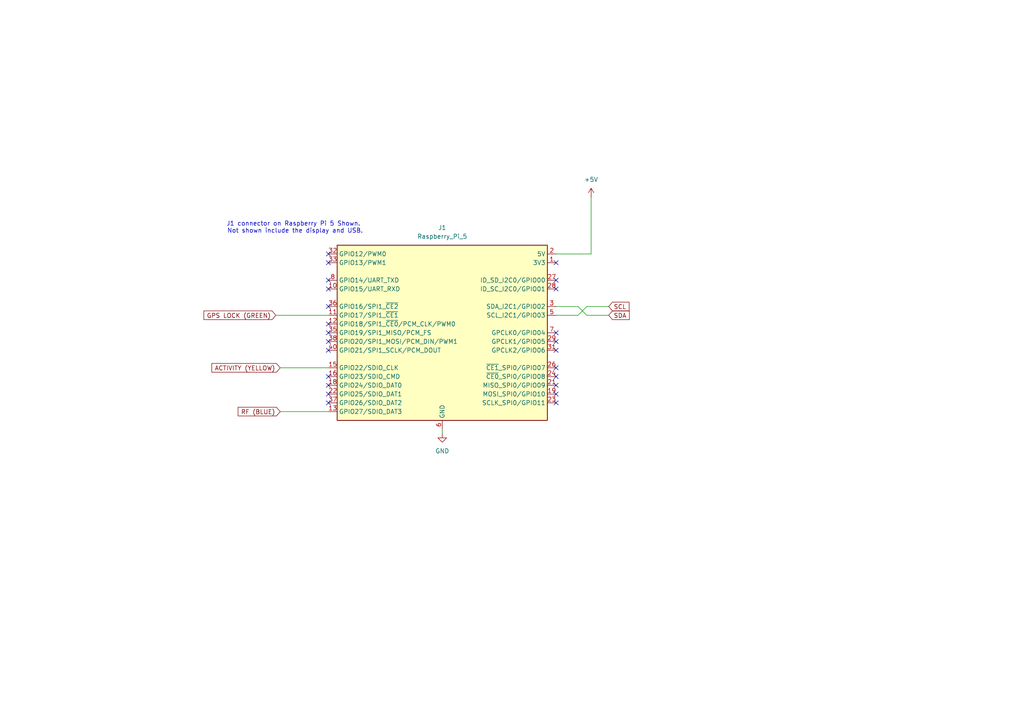
<source format=kicad_sch>
(kicad_sch (version 20250114) (generator "eeschema") (generator_version "9.0")
  (paper "A4")
  (lib_symbols
    (symbol "Connector:Raspberry_Pi_4"
      (property "Reference" "J" (at -17.526 48.768 0))
      (property "Value" "Raspberry_Pi_4" (at 15.748 -26.416 0))
      (symbol "Raspberry_Pi_4_0_1"
        (rectangle (start -30.48 25.4) (end 30.48 -25.4) (stroke (width 0.254)) (fill (type background)))
      )
      (symbol "Raspberry_Pi_4_1_1"
        (pin bidirectional line (at -33.02 22.86 0) (length 2.54) (name "GPIO12/PWM0") (number "32"))
        (pin bidirectional line (at -33.02 20.32 0) (length 2.54) (name "GPIO13/PWM1") (number "33"))
        (pin bidirectional line (at -33.02 15.24 0) (length 2.54) (name "GPIO14/UART_TXD") (number "8"))
        (pin bidirectional line (at -33.02 12.7 0) (length 2.54) (name "GPIO15/UART_RXD") (number "10"))
        (pin bidirectional line (at -33.02 7.62 0) (length 2.54) (name "GPIO16/SPI1_~{CE2}") (number "36"))
        (pin bidirectional line (at -33.02 5.08 0) (length 2.54) (name "GPIO17/SPI1_~{CE1}") (number "11"))
        (pin bidirectional line (at -33.02 2.54 0) (length 2.54) (name "GPIO18/SPI1_~{CE0}/PCM_CLK/PWM0") (number "12"))
        (pin bidirectional line (at -33.02 0 0) (length 2.54) (name "GPIO19/SPI1_MISO/PCM_FS") (number "35"))
        (pin bidirectional line (at -33.02 -2.54 0) (length 2.54) (name "GPIO20/SPI1_MOSI/PCM_DIN/PWM1") (number "38"))
        (pin bidirectional line (at -33.02 -5.08 0) (length 2.54) (name "GPIO21/SPI1_SCLK/PCM_DOUT") (number "40"))
        (pin bidirectional line (at -33.02 -10.16 0) (length 2.54) (name "GPIO22/SDIO_CLK") (number "15"))
        (pin bidirectional line (at -33.02 -12.7 0) (length 2.54) (name "GPIO23/SDIO_CMD") (number "16"))
        (pin bidirectional line (at -33.02 -15.24 0) (length 2.54) (name "GPIO24/SDIO_DAT0") (number "18"))
        (pin bidirectional line (at -33.02 -17.78 0) (length 2.54) (name "GPIO25/SDIO_DAT1") (number "22"))
        (pin bidirectional line (at -33.02 -20.32 0) (length 2.54) (name "GPIO26/SDIO_DAT2") (number "37"))
        (pin bidirectional line (at -33.02 -22.86 0) (length 2.54) (name "GPIO27/SDIO_DAT3") (number "13"))
        (pin passive line (at 0 -27.94 90) (length 2.54) (hide yes) (name "GND") (number "14"))
        (pin passive line (at 0 -27.94 90) (length 2.54) (hide yes) (name "GND") (number "20"))
        (pin passive line (at 0 -27.94 90) (length 2.54) (hide yes) (name "GND") (number "25"))
        (pin passive line (at 0 -27.94 90) (length 2.54) (hide yes) (name "GND") (number "30"))
        (pin passive line (at 0 -27.94 90) (length 2.54) (hide yes) (name "GND") (number "34"))
        (pin passive line (at 0 -27.94 90) (length 2.54) (hide yes) (name "GND") (number "39"))
        (pin power_out line (at 0 -27.94 90) (length 2.54) (name "GND") (number "6"))
        (pin passive line (at 0 -27.94 90) (length 2.54) (hide yes) (name "GND") (number "9"))
        (pin power_out line (at 33.02 22.86 180) (length 2.54) (name "5V") (number "2"))
        (pin passive line (at 33.02 22.86 180) (length 2.54) (hide yes) (name "5V") (number "4"))
        (pin power_out line (at 33.02 20.32 180) (length 2.54) (name "3V3") (number "1"))
        (pin passive line (at 33.02 20.32 180) (length 2.54) (hide yes) (name "3V3") (number "17"))
        (pin bidirectional line (at 33.02 15.24 180) (length 2.54) (name "ID_SD_I2C0/GPIO00") (number "27"))
        (pin bidirectional line (at 33.02 12.7 180) (length 2.54) (name "ID_SC_I2C0/GPIO01") (number "28"))
        (pin bidirectional line (at 33.02 7.62 180) (length 2.54) (name "SDA_I2C1/GPIO02") (number "3"))
        (pin bidirectional line (at 33.02 5.08 180) (length 2.54) (name "SCL_I2C1/GPIO03") (number "5"))
        (pin bidirectional line (at 33.02 0 180) (length 2.54) (name "GPCLK0/GPIO04") (number "7"))
        (pin bidirectional line (at 33.02 -2.54 180) (length 2.54) (name "GPCLK1/GPIO05") (number "29"))
        (pin bidirectional line (at 33.02 -5.08 180) (length 2.54) (name "GPCLK2/GPIO06") (number "31"))
        (pin bidirectional line (at 33.02 -10.16 180) (length 2.54) (name "~{CE1}_SPI0/GPIO07") (number "26"))
        (pin bidirectional line (at 33.02 -12.7 180) (length 2.54) (name "~{CE0}_SPI0/GPIO08") (number "24"))
        (pin bidirectional line (at 33.02 -15.24 180) (length 2.54) (name "MISO_SPI0/GPIO09") (number "21"))
        (pin bidirectional line (at 33.02 -17.78 180) (length 2.54) (name "MOSI_SPI0/GPIO10") (number "19"))
        (pin bidirectional line (at 33.02 -20.32 180) (length 2.54) (name "SCLK_SPI0/GPIO11") (number "23"))
      )
    )
    (symbol "power:+5V" (power) (pin_numbers (hide yes)) (pin_names (offset 0) (hide yes))
      (property "Value" "+5V" (at 0 3.556 0))
      (symbol "+5V_0_1"
        (polyline (pts (xy -0.762 1.27) (xy 0 2.54)))
        (polyline (pts (xy 0 2.54) (xy 0.762 1.27)))
        (polyline (pts (xy 0 0) (xy 0 2.54)))
      )
      (symbol "+5V_1_1"
        (pin power_in line (at 0 0 90) (length 0) (name "~") (number "1"))
      )
    )
    (symbol "power:GND" (power) (pin_numbers (hide yes)) (pin_names (offset 0) (hide yes))
      (property "Value" "GND" (at 0 -3.81 0))
      (symbol "GND_0_1"
        (polyline (pts (xy 0 0) (xy 0 -1.27) (xy 1.27 -1.27) (xy 0 -2.54) (xy -1.27 -1.27) (xy 0 -1.27)))
      )
      (symbol "GND_1_1"
        (pin power_in line (at 0 0 270) (length 0) (name "~") (number "1"))
      )
    )
  )
  (text "J1 connector on Raspberry Pi 5 Shown. \nNot shown include the display and USB.\n" (at 85.598 66.04 0) (effects (font (size 1.27 1.27))))
  (no_connect (at 161.29 101.6))
  (no_connect (at 161.29 96.52))
  (no_connect (at 95.25 96.52))
  (no_connect (at 95.25 101.6))
  (no_connect (at 161.29 76.2))
  (no_connect (at 161.29 83.82))
  (no_connect (at 95.25 73.66))
  (no_connect (at 161.29 99.06))
  (no_connect (at 161.29 114.3))
  (no_connect (at 161.29 116.84))
  (no_connect (at 95.25 99.06))
  (no_connect (at 95.25 76.2))
  (no_connect (at 95.25 83.82))
  (no_connect (at 95.25 116.84))
  (no_connect (at 161.29 106.68))
  (no_connect (at 95.25 88.9))
  (no_connect (at 161.29 111.76))
  (no_connect (at 95.25 81.28))
  (no_connect (at 161.29 109.22))
  (no_connect (at 95.25 109.22))
  (no_connect (at 95.25 114.3))
  (no_connect (at 95.25 111.76))
  (no_connect (at 95.25 93.98))
  (no_connect (at 161.29 81.28))
  (wire (pts (xy 81.28 119.38) (xy 95.25 119.38)))
  (wire (pts (xy 161.29 73.66) (xy 171.45 73.66)))
  (wire (pts (xy 167.64 91.44) (xy 170.18 88.9)))
  (wire (pts (xy 80.01 91.44) (xy 95.25 91.44)))
  (wire (pts (xy 170.18 91.44) (xy 176.53 91.44)))
  (wire (pts (xy 161.29 91.44) (xy 167.64 91.44)))
  (wire (pts (xy 170.18 88.9) (xy 176.53 88.9)))
  (wire (pts (xy 167.64 88.9) (xy 170.18 91.44)))
  (wire (pts (xy 81.28 106.68) (xy 95.25 106.68)))
  (wire (pts (xy 161.29 88.9) (xy 167.64 88.9)))
  (wire (pts (xy 128.27 124.46) (xy 128.27 125.73)))
  (wire (pts (xy 171.45 57.15) (xy 171.45 73.66)))
  (global_label "SCL" (shape input) (at 176.53 88.9 0) (property "Intersheetrefs" "${INTERSHEET_REFS}" (effects (hide yes))))
  (global_label "SDA" (shape input) (at 176.53 91.44 0) (property "Intersheetrefs" "${INTERSHEET_REFS}" (effects (hide yes))))
  (global_label "RF (BLUE)" (shape input) (at 81.28 119.38 180) (property "Intersheetrefs" "${INTERSHEET_REFS}" (effects (hide yes))))
  (global_label "GPS LOCK (GREEN)" (shape input) (at 80.01 91.44 180) (property "Intersheetrefs" "${INTERSHEET_REFS}" (effects (hide yes))))
  (global_label "ACTIVITY (YELLOW)" (shape input) (at 81.28 106.68 180) (property "Intersheetrefs" "${INTERSHEET_REFS}" (effects (hide yes))))
  (symbol (lib_id "Connector:Raspberry_Pi_4") (at 128.27 96.52 0) (unit 1)
    (property "Reference" "J1" (at 128.27 66.04 0))
    (property "Value" "Raspberry_Pi_5" (at 128.27 68.58 0))
    (property "Datasheet" "https://datasheets.raspberrypi.com/rpi4/raspberry-pi-4-datasheet.pdf" (effects (hide yes)))
    (property "Description" "Raspberry Pi 4 Model B" (effects (hide yes)))
  )
  (symbol (lib_id "power:+5V") (at 171.45 57.15 0) (unit 1)
    (property "Reference" "#PWR02" (effects (hide yes)))
    (property "Value" "+5V" (at 171.45 52.07 0))
    (property "Description" "Power symbol creates a global label with name \"+5V\"" (effects (hide yes)))
  )
  (symbol (lib_id "power:GND") (at 128.27 125.73 0) (unit 1)
    (property "Reference" "#PWR01" (effects (hide yes)))
    (property "Value" "GND" (at 128.27 130.81 0))
    (property "Description" "Power symbol creates a global label with name \"GND\" , ground" (effects (hide yes)))
  )
)
</source>
